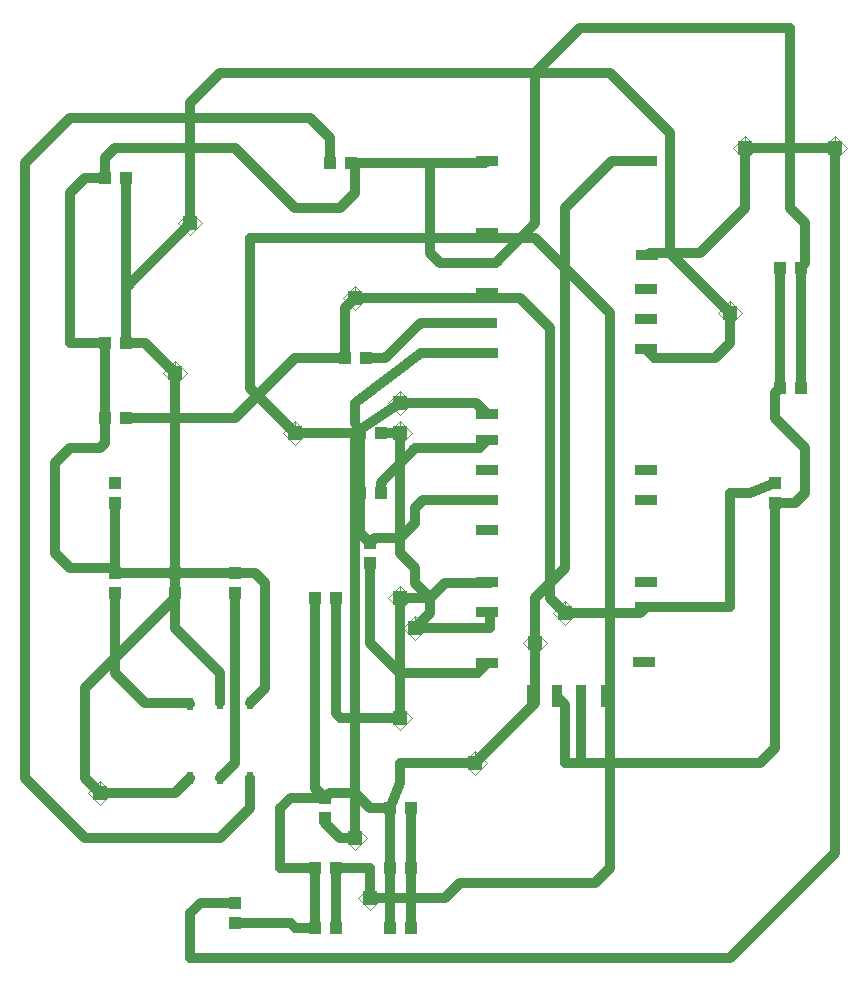
<source format=gtl>
G75*
%MOIN*%
%OFA0B0*%
%FSLAX25Y25*%
%IPPOS*%
%LPD*%
%AMOC8*
5,1,8,0,0,1.08239X$1,22.5*
%
%ADD10R,0.04331X0.03937*%
%ADD11R,0.03937X0.04331*%
%ADD12R,0.07600X0.03800*%
%ADD13R,0.06600X0.03200*%
%ADD14R,0.03800X0.07600*%
%ADD15R,0.02000X0.04000*%
%ADD16C,0.03200*%
%ADD17R,0.04750X0.04750*%
%ADD18C,0.00100*%
D10*
X0099254Y0012600D03*
X0105946Y0012600D03*
X0124254Y0012600D03*
X0130946Y0012600D03*
X0130946Y0032600D03*
X0124254Y0032600D03*
X0105946Y0032600D03*
X0099254Y0032600D03*
X0124254Y0052600D03*
X0130946Y0052600D03*
X0105946Y0122600D03*
X0099254Y0122600D03*
X0114254Y0157600D03*
X0120946Y0157600D03*
X0120946Y0177600D03*
X0114254Y0177600D03*
X0115946Y0202600D03*
X0109254Y0202600D03*
X0110946Y0267600D03*
X0104254Y0267600D03*
X0035946Y0262600D03*
X0029254Y0262600D03*
X0029254Y0207600D03*
X0035946Y0207600D03*
X0035946Y0182600D03*
X0029254Y0182600D03*
X0254254Y0192600D03*
X0260946Y0192600D03*
X0260946Y0232600D03*
X0254254Y0232600D03*
D11*
X0252600Y0160946D03*
X0252600Y0154254D03*
X0117600Y0140946D03*
X0117600Y0134254D03*
X0072600Y0130946D03*
X0072600Y0124254D03*
X0052600Y0124254D03*
X0052600Y0130946D03*
X0032600Y0130946D03*
X0032600Y0124254D03*
X0032600Y0154254D03*
X0032600Y0160946D03*
X0102600Y0055946D03*
X0102600Y0049254D03*
X0072600Y0020946D03*
X0072600Y0014254D03*
D12*
X0156537Y0100789D03*
X0156537Y0117915D03*
X0156537Y0127915D03*
X0156537Y0145041D03*
X0156537Y0155041D03*
X0156537Y0165041D03*
X0156537Y0175041D03*
X0156537Y0183978D03*
X0156537Y0204293D03*
X0156537Y0224293D03*
X0156537Y0234293D03*
X0156537Y0244293D03*
X0156537Y0268230D03*
X0209293Y0268230D03*
X0209923Y0236694D03*
X0209293Y0225356D03*
X0209293Y0215356D03*
X0209293Y0205356D03*
X0209293Y0165041D03*
X0209293Y0155041D03*
X0209293Y0127915D03*
X0209293Y0119411D03*
X0208663Y0101104D03*
D13*
X0156537Y0214293D03*
D14*
X0171537Y0089726D03*
X0179726Y0089726D03*
X0187915Y0089726D03*
X0196104Y0089726D03*
D15*
X0077600Y0087600D03*
X0067600Y0087600D03*
X0057600Y0087206D03*
X0057600Y0062600D03*
X0067600Y0062600D03*
X0077600Y0062600D03*
D16*
X0067600Y0042600D02*
X0022600Y0042600D01*
X0002600Y0062600D01*
X0002600Y0267600D01*
X0017600Y0282600D01*
X0097600Y0282600D01*
X0104254Y0275946D01*
X0104254Y0267600D01*
X0110946Y0267600D02*
X0137600Y0267600D01*
X0137600Y0237600D01*
X0140907Y0234293D01*
X0156537Y0234293D01*
X0159293Y0234293D01*
X0172600Y0247600D01*
X0172600Y0297600D01*
X0187600Y0312600D01*
X0257600Y0312600D01*
X0257600Y0252600D01*
X0262600Y0247600D01*
X0262600Y0234254D01*
X0260946Y0232600D01*
X0260946Y0192600D01*
X0254254Y0192600D02*
X0252600Y0190946D01*
X0252600Y0182600D01*
X0262600Y0172600D01*
X0262600Y0157600D01*
X0259254Y0154254D01*
X0252600Y0154254D01*
X0252600Y0072600D01*
X0247600Y0067600D01*
X0187600Y0067600D01*
X0187915Y0067915D01*
X0187915Y0089726D01*
X0182600Y0086852D02*
X0179726Y0089726D01*
X0182600Y0086852D02*
X0182600Y0067600D01*
X0187600Y0067600D01*
X0172600Y0087600D02*
X0152600Y0067600D01*
X0127600Y0067600D01*
X0127600Y0060946D01*
X0124254Y0052600D01*
X0117600Y0052600D01*
X0112600Y0057600D01*
X0104254Y0057600D01*
X0102600Y0055946D01*
X0099254Y0059293D01*
X0099254Y0122600D01*
X0105946Y0122600D02*
X0105946Y0084254D01*
X0107600Y0082600D01*
X0127600Y0082600D01*
X0127600Y0122600D01*
X0137600Y0122600D01*
X0137600Y0117600D01*
X0132600Y0112600D01*
X0157600Y0112600D01*
X0157600Y0116852D01*
X0156537Y0117915D01*
X0156852Y0127600D02*
X0156537Y0127915D01*
X0156852Y0127600D02*
X0157600Y0127600D01*
X0156852Y0127600D02*
X0142600Y0127600D01*
X0137600Y0122600D01*
X0132600Y0127600D01*
X0132600Y0132600D01*
X0127600Y0137600D01*
X0127600Y0177600D01*
X0120946Y0177600D01*
X0114254Y0177600D02*
X0092600Y0177600D01*
X0077600Y0192600D01*
X0077600Y0242600D01*
X0172600Y0242600D01*
X0197600Y0217600D01*
X0197600Y0032600D01*
X0192600Y0027600D01*
X0147600Y0027600D01*
X0142600Y0022600D01*
X0117600Y0022600D01*
X0117600Y0032600D01*
X0105946Y0032600D01*
X0105946Y0012600D01*
X0099254Y0012600D02*
X0092600Y0012600D01*
X0090946Y0014254D01*
X0072600Y0014254D01*
X0072600Y0020946D02*
X0060946Y0020946D01*
X0057600Y0017600D01*
X0057600Y0002600D01*
X0237600Y0002600D01*
X0272600Y0037600D01*
X0272600Y0272600D01*
X0242600Y0272600D01*
X0242600Y0252600D01*
X0227600Y0237600D01*
X0210828Y0237600D01*
X0209923Y0236694D01*
X0217600Y0237600D02*
X0237600Y0217600D01*
X0237600Y0207600D01*
X0232600Y0202600D01*
X0212049Y0202600D01*
X0209293Y0205356D01*
X0177600Y0212600D02*
X0177600Y0122600D01*
X0182600Y0117600D01*
X0207482Y0117600D01*
X0209293Y0119411D01*
X0237600Y0119411D01*
X0237600Y0157600D01*
X0244254Y0157600D01*
X0252600Y0160946D01*
X0254254Y0192600D02*
X0254254Y0232600D01*
X0217600Y0237600D02*
X0217600Y0277600D01*
X0197600Y0297600D01*
X0067600Y0297600D01*
X0057600Y0287600D01*
X0057600Y0247600D01*
X0035946Y0225946D01*
X0035946Y0207600D01*
X0042600Y0207600D01*
X0052600Y0197600D01*
X0052600Y0122600D01*
X0022600Y0092600D01*
X0022600Y0062600D01*
X0027600Y0057600D01*
X0052600Y0057600D01*
X0057600Y0062600D01*
X0067600Y0062600D02*
X0072600Y0067600D01*
X0072600Y0124254D01*
X0072600Y0130946D02*
X0052600Y0130946D01*
X0032600Y0130946D01*
X0032600Y0154254D01*
X0017600Y0172600D02*
X0012600Y0167600D01*
X0012600Y0137600D01*
X0017600Y0132600D01*
X0030946Y0132600D01*
X0032600Y0130946D01*
X0032600Y0124254D02*
X0032600Y0097600D01*
X0042600Y0087600D01*
X0057206Y0087600D01*
X0057600Y0087206D01*
X0067600Y0087600D02*
X0067600Y0097600D01*
X0052600Y0112600D01*
X0052600Y0124254D01*
X0072600Y0130946D02*
X0079254Y0130946D01*
X0082600Y0127600D01*
X0082600Y0092600D01*
X0077600Y0087600D01*
X0077600Y0062600D02*
X0077600Y0052600D01*
X0067600Y0042600D01*
X0087600Y0032600D02*
X0099254Y0032600D01*
X0099254Y0012600D01*
X0087600Y0032600D02*
X0087600Y0052600D01*
X0090946Y0055946D01*
X0102600Y0055946D01*
X0102600Y0049254D02*
X0102600Y0047600D01*
X0107600Y0042600D01*
X0112600Y0042600D01*
X0112600Y0177600D01*
X0127600Y0187600D01*
X0152915Y0187600D01*
X0156537Y0183978D01*
X0156537Y0175041D02*
X0154096Y0172600D01*
X0132600Y0172600D01*
X0120946Y0160946D01*
X0120946Y0157600D01*
X0114254Y0157600D02*
X0114254Y0177600D01*
X0112600Y0180946D01*
X0112600Y0187600D01*
X0134293Y0204293D01*
X0156537Y0204293D01*
X0156537Y0214293D02*
X0134293Y0214293D01*
X0122600Y0202600D01*
X0115946Y0202600D01*
X0109254Y0202600D02*
X0109254Y0219254D01*
X0112600Y0222600D01*
X0167600Y0222600D01*
X0177600Y0212600D01*
X0182600Y0252600D02*
X0182600Y0132600D01*
X0172600Y0122600D01*
X0172600Y0107600D01*
X0172600Y0087600D01*
X0156537Y0100789D02*
X0153348Y0097600D01*
X0127600Y0097600D01*
X0117600Y0107600D01*
X0117600Y0134254D01*
X0117600Y0140946D02*
X0114254Y0144293D01*
X0114254Y0157600D01*
X0119254Y0142600D02*
X0117600Y0140946D01*
X0119254Y0142600D02*
X0127600Y0142600D01*
X0132600Y0147600D01*
X0132600Y0152600D01*
X0135041Y0155041D01*
X0156537Y0155041D01*
X0109254Y0202600D02*
X0092600Y0202600D01*
X0072600Y0182600D01*
X0035946Y0182600D01*
X0029254Y0182600D02*
X0029254Y0174254D01*
X0027600Y0172600D01*
X0017600Y0172600D01*
X0029254Y0182600D02*
X0029254Y0207600D01*
X0017600Y0207600D01*
X0017600Y0257600D01*
X0022600Y0262600D01*
X0029254Y0262600D01*
X0029254Y0269254D01*
X0032600Y0272600D01*
X0072600Y0272600D01*
X0092600Y0252600D01*
X0107600Y0252600D01*
X0112600Y0257600D01*
X0112600Y0265946D01*
X0110946Y0267600D01*
X0137600Y0267600D02*
X0155907Y0267600D01*
X0156537Y0268230D01*
X0182600Y0252600D02*
X0198230Y0268230D01*
X0209293Y0268230D01*
X0035946Y0262600D02*
X0035946Y0207600D01*
X0124254Y0052600D02*
X0124254Y0032600D01*
X0124254Y0012600D01*
X0130946Y0012600D02*
X0130946Y0032600D01*
X0130946Y0052600D01*
D17*
X0112600Y0042600D03*
X0117600Y0022600D03*
X0152600Y0067600D03*
X0127600Y0082600D03*
X0132600Y0112600D03*
X0127600Y0122600D03*
X0172600Y0107600D03*
X0182600Y0117600D03*
X0127600Y0177600D03*
X0127600Y0187600D03*
X0092600Y0177600D03*
X0052600Y0197600D03*
X0057600Y0247600D03*
X0112600Y0222600D03*
X0237600Y0217600D03*
X0242600Y0272600D03*
X0272600Y0272600D03*
X0027600Y0057600D03*
D18*
X0027600Y0061600D01*
X0031600Y0057600D01*
X0027600Y0053600D01*
X0023600Y0057600D01*
X0027600Y0061600D01*
X0112600Y0046600D02*
X0112600Y0042600D01*
X0112600Y0046600D02*
X0116600Y0042600D01*
X0112600Y0038600D01*
X0108600Y0042600D01*
X0112600Y0046600D01*
X0117600Y0026600D02*
X0117600Y0022600D01*
X0117600Y0026600D02*
X0121600Y0022600D01*
X0117600Y0018600D01*
X0113600Y0022600D01*
X0117600Y0026600D01*
X0152600Y0067600D02*
X0152600Y0071600D01*
X0156600Y0067600D01*
X0152600Y0063600D01*
X0148600Y0067600D01*
X0152600Y0071600D01*
X0127600Y0082600D02*
X0127600Y0086600D01*
X0131600Y0082600D01*
X0127600Y0078600D01*
X0123600Y0082600D01*
X0127600Y0086600D01*
X0132600Y0112600D02*
X0132600Y0116600D01*
X0136600Y0112600D01*
X0132600Y0108600D01*
X0128600Y0112600D01*
X0132600Y0116600D01*
X0127600Y0122600D02*
X0127600Y0126600D01*
X0131600Y0122600D01*
X0127600Y0118600D01*
X0123600Y0122600D01*
X0127600Y0126600D01*
X0172600Y0111600D02*
X0172600Y0107600D01*
X0172600Y0111600D02*
X0176600Y0107600D01*
X0172600Y0103600D01*
X0168600Y0107600D01*
X0172600Y0111600D01*
X0182600Y0117600D02*
X0182600Y0121600D01*
X0186600Y0117600D01*
X0182600Y0113600D01*
X0178600Y0117600D01*
X0182600Y0121600D01*
X0127600Y0177600D02*
X0127600Y0181600D01*
X0131600Y0177600D01*
X0127600Y0173600D01*
X0123600Y0177600D01*
X0127600Y0181600D01*
X0127600Y0187600D02*
X0127600Y0191600D01*
X0131600Y0187600D01*
X0127600Y0183600D01*
X0123600Y0187600D01*
X0127600Y0191600D01*
X0092600Y0181600D02*
X0092600Y0177600D01*
X0092600Y0181600D02*
X0096600Y0177600D01*
X0092600Y0173600D01*
X0088600Y0177600D01*
X0092600Y0181600D01*
X0052600Y0197600D02*
X0052600Y0201600D01*
X0056600Y0197600D01*
X0052600Y0193600D01*
X0048600Y0197600D01*
X0052600Y0201600D01*
X0057600Y0247600D02*
X0057600Y0251600D01*
X0061600Y0247600D01*
X0057600Y0243600D01*
X0053600Y0247600D01*
X0057600Y0251600D01*
X0112600Y0226600D02*
X0112600Y0222600D01*
X0112600Y0226600D02*
X0116600Y0222600D01*
X0112600Y0218600D01*
X0108600Y0222600D01*
X0112600Y0226600D01*
X0237600Y0221600D02*
X0237600Y0217600D01*
X0237600Y0221600D02*
X0241600Y0217600D01*
X0237600Y0213600D01*
X0233600Y0217600D01*
X0237600Y0221600D01*
X0242600Y0272600D02*
X0242600Y0276600D01*
X0246600Y0272600D01*
X0242600Y0268600D01*
X0238600Y0272600D01*
X0242600Y0276600D01*
X0272600Y0276600D02*
X0272600Y0272600D01*
X0272600Y0276600D02*
X0276600Y0272600D01*
X0272600Y0268600D01*
X0268600Y0272600D01*
X0272600Y0276600D01*
M02*

</source>
